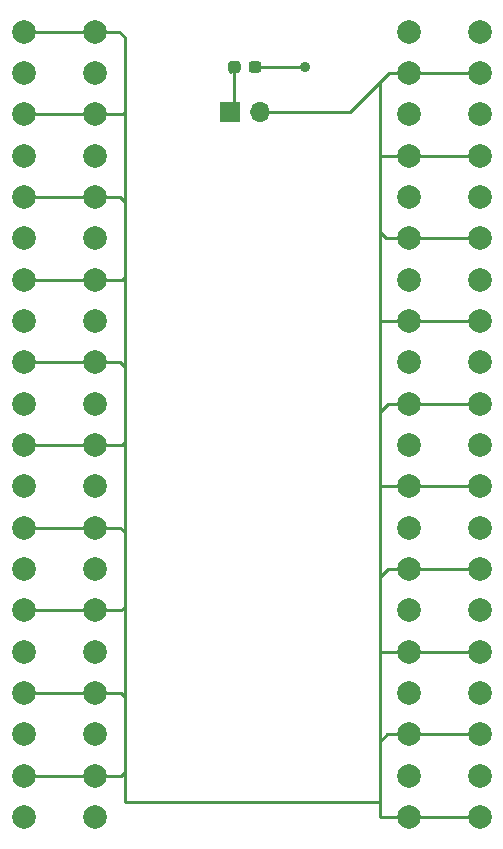
<source format=gbr>
G04 #@! TF.GenerationSoftware,KiCad,Pcbnew,(5.1.4)-1*
G04 #@! TF.CreationDate,2019-10-26T02:36:02-04:00*
G04 #@! TF.ProjectId,Star CAN Board,53746172-2043-4414-9e20-426f6172642e,rev?*
G04 #@! TF.SameCoordinates,Original*
G04 #@! TF.FileFunction,Copper,L1,Top*
G04 #@! TF.FilePolarity,Positive*
%FSLAX46Y46*%
G04 Gerber Fmt 4.6, Leading zero omitted, Abs format (unit mm)*
G04 Created by KiCad (PCBNEW (5.1.4)-1) date 2019-10-26 02:36:02*
%MOMM*%
%LPD*%
G04 APERTURE LIST*
%ADD10C,2.000000*%
%ADD11R,1.700000X1.700000*%
%ADD12O,1.700000X1.700000*%
%ADD13C,0.100000*%
%ADD14C,0.950000*%
%ADD15C,0.900000*%
%ADD16C,0.250000*%
G04 APERTURE END LIST*
D10*
X123190000Y-74470000D03*
X123190000Y-77970000D03*
X123190000Y-81470000D03*
X123190000Y-84970000D03*
X123190000Y-88470000D03*
X123190000Y-105970000D03*
X123190000Y-91970000D03*
X123190000Y-102470000D03*
X123190000Y-95470000D03*
X123190000Y-98970000D03*
X123190000Y-133970000D03*
X123190000Y-130470000D03*
X123190000Y-126970000D03*
X123190000Y-137470000D03*
X123190000Y-140970000D03*
X123190000Y-123470000D03*
X123190000Y-109470000D03*
X123190000Y-119970000D03*
X123190000Y-112970000D03*
X123190000Y-116470000D03*
X117190000Y-112970000D03*
X117190000Y-77970000D03*
X117190000Y-133970000D03*
X117190000Y-81470000D03*
X117190000Y-126970000D03*
X117190000Y-74470000D03*
X117190000Y-98970000D03*
X117190000Y-84970000D03*
X117190000Y-137470000D03*
X117190000Y-88470000D03*
X117190000Y-130470000D03*
X117190000Y-95470000D03*
X117190000Y-105970000D03*
X117190000Y-119970000D03*
X117190000Y-102470000D03*
X117190000Y-140970000D03*
X117190000Y-123470000D03*
X117190000Y-91970000D03*
X117190000Y-109470000D03*
X117190000Y-116470000D03*
X155780000Y-98970000D03*
X155780000Y-105970000D03*
X155780000Y-123470000D03*
X155780000Y-91970000D03*
X155780000Y-74470000D03*
X155780000Y-112970000D03*
X155780000Y-95470000D03*
X155780000Y-109470000D03*
X155780000Y-119970000D03*
X155780000Y-84970000D03*
X155780000Y-126970000D03*
X155780000Y-77970000D03*
X155780000Y-130470000D03*
X155780000Y-116470000D03*
X155780000Y-140970000D03*
X155780000Y-88470000D03*
X155780000Y-133970000D03*
X155780000Y-81470000D03*
X155780000Y-137470000D03*
X155780000Y-102470000D03*
X149780000Y-98970000D03*
X149780000Y-102470000D03*
X149780000Y-95470000D03*
X149780000Y-105970000D03*
X149780000Y-91970000D03*
X149780000Y-74470000D03*
X149780000Y-77970000D03*
X149780000Y-88470000D03*
X149780000Y-84970000D03*
X149780000Y-81470000D03*
X149780000Y-116470000D03*
X149780000Y-119970000D03*
X149780000Y-112970000D03*
X149780000Y-123470000D03*
X149780000Y-109470000D03*
X149780000Y-126970000D03*
X149780000Y-130470000D03*
X149780000Y-133970000D03*
X149780000Y-137470000D03*
X149780000Y-140970000D03*
D11*
X134620000Y-81280000D03*
D12*
X137160000Y-81280000D03*
D13*
G36*
X135325779Y-76996144D02*
G01*
X135348834Y-76999563D01*
X135371443Y-77005227D01*
X135393387Y-77013079D01*
X135414457Y-77023044D01*
X135434448Y-77035026D01*
X135453168Y-77048910D01*
X135470438Y-77064562D01*
X135486090Y-77081832D01*
X135499974Y-77100552D01*
X135511956Y-77120543D01*
X135521921Y-77141613D01*
X135529773Y-77163557D01*
X135535437Y-77186166D01*
X135538856Y-77209221D01*
X135540000Y-77232500D01*
X135540000Y-77707500D01*
X135538856Y-77730779D01*
X135535437Y-77753834D01*
X135529773Y-77776443D01*
X135521921Y-77798387D01*
X135511956Y-77819457D01*
X135499974Y-77839448D01*
X135486090Y-77858168D01*
X135470438Y-77875438D01*
X135453168Y-77891090D01*
X135434448Y-77904974D01*
X135414457Y-77916956D01*
X135393387Y-77926921D01*
X135371443Y-77934773D01*
X135348834Y-77940437D01*
X135325779Y-77943856D01*
X135302500Y-77945000D01*
X134727500Y-77945000D01*
X134704221Y-77943856D01*
X134681166Y-77940437D01*
X134658557Y-77934773D01*
X134636613Y-77926921D01*
X134615543Y-77916956D01*
X134595552Y-77904974D01*
X134576832Y-77891090D01*
X134559562Y-77875438D01*
X134543910Y-77858168D01*
X134530026Y-77839448D01*
X134518044Y-77819457D01*
X134508079Y-77798387D01*
X134500227Y-77776443D01*
X134494563Y-77753834D01*
X134491144Y-77730779D01*
X134490000Y-77707500D01*
X134490000Y-77232500D01*
X134491144Y-77209221D01*
X134494563Y-77186166D01*
X134500227Y-77163557D01*
X134508079Y-77141613D01*
X134518044Y-77120543D01*
X134530026Y-77100552D01*
X134543910Y-77081832D01*
X134559562Y-77064562D01*
X134576832Y-77048910D01*
X134595552Y-77035026D01*
X134615543Y-77023044D01*
X134636613Y-77013079D01*
X134658557Y-77005227D01*
X134681166Y-76999563D01*
X134704221Y-76996144D01*
X134727500Y-76995000D01*
X135302500Y-76995000D01*
X135325779Y-76996144D01*
X135325779Y-76996144D01*
G37*
D14*
X135015000Y-77470000D03*
D13*
G36*
X137075779Y-76996144D02*
G01*
X137098834Y-76999563D01*
X137121443Y-77005227D01*
X137143387Y-77013079D01*
X137164457Y-77023044D01*
X137184448Y-77035026D01*
X137203168Y-77048910D01*
X137220438Y-77064562D01*
X137236090Y-77081832D01*
X137249974Y-77100552D01*
X137261956Y-77120543D01*
X137271921Y-77141613D01*
X137279773Y-77163557D01*
X137285437Y-77186166D01*
X137288856Y-77209221D01*
X137290000Y-77232500D01*
X137290000Y-77707500D01*
X137288856Y-77730779D01*
X137285437Y-77753834D01*
X137279773Y-77776443D01*
X137271921Y-77798387D01*
X137261956Y-77819457D01*
X137249974Y-77839448D01*
X137236090Y-77858168D01*
X137220438Y-77875438D01*
X137203168Y-77891090D01*
X137184448Y-77904974D01*
X137164457Y-77916956D01*
X137143387Y-77926921D01*
X137121443Y-77934773D01*
X137098834Y-77940437D01*
X137075779Y-77943856D01*
X137052500Y-77945000D01*
X136477500Y-77945000D01*
X136454221Y-77943856D01*
X136431166Y-77940437D01*
X136408557Y-77934773D01*
X136386613Y-77926921D01*
X136365543Y-77916956D01*
X136345552Y-77904974D01*
X136326832Y-77891090D01*
X136309562Y-77875438D01*
X136293910Y-77858168D01*
X136280026Y-77839448D01*
X136268044Y-77819457D01*
X136258079Y-77798387D01*
X136250227Y-77776443D01*
X136244563Y-77753834D01*
X136241144Y-77730779D01*
X136240000Y-77707500D01*
X136240000Y-77232500D01*
X136241144Y-77209221D01*
X136244563Y-77186166D01*
X136250227Y-77163557D01*
X136258079Y-77141613D01*
X136268044Y-77120543D01*
X136280026Y-77100552D01*
X136293910Y-77081832D01*
X136309562Y-77064562D01*
X136326832Y-77048910D01*
X136345552Y-77035026D01*
X136365543Y-77023044D01*
X136386613Y-77013079D01*
X136408557Y-77005227D01*
X136431166Y-76999563D01*
X136454221Y-76996144D01*
X136477500Y-76995000D01*
X137052500Y-76995000D01*
X137075779Y-76996144D01*
X137075779Y-76996144D01*
G37*
D14*
X136765000Y-77470000D03*
D15*
X140970000Y-77470000D03*
D16*
X123190000Y-74470000D02*
X117190000Y-74470000D01*
X123190000Y-81470000D02*
X117190000Y-81470000D01*
X123190000Y-88470000D02*
X117190000Y-88470000D01*
X123190000Y-95470000D02*
X117190000Y-95470000D01*
X123190000Y-102470000D02*
X117190000Y-102470000D01*
X123190000Y-109470000D02*
X117190000Y-109470000D01*
X123190000Y-116470000D02*
X117190000Y-116470000D01*
X123190000Y-123470000D02*
X117190000Y-123470000D01*
X123190000Y-130470000D02*
X117190000Y-130470000D01*
X123190000Y-137470000D02*
X117190000Y-137470000D01*
X123190000Y-74470000D02*
X125270000Y-74470000D01*
X125270000Y-74470000D02*
X125730000Y-74930000D01*
X125540000Y-81470000D02*
X125730000Y-81280000D01*
X123190000Y-81470000D02*
X125540000Y-81470000D01*
X125730000Y-74930000D02*
X125730000Y-81280000D01*
X125300000Y-88470000D02*
X125730000Y-88900000D01*
X123190000Y-88470000D02*
X125300000Y-88470000D01*
X125730000Y-81280000D02*
X125730000Y-88900000D01*
X123190000Y-95470000D02*
X125510000Y-95470000D01*
X125510000Y-95470000D02*
X125730000Y-95250000D01*
X123190000Y-102470000D02*
X125330000Y-102470000D01*
X125330000Y-102470000D02*
X125730000Y-102870000D01*
X125480000Y-109470000D02*
X125730000Y-109220000D01*
X123190000Y-109470000D02*
X125480000Y-109470000D01*
X125730000Y-88900000D02*
X125730000Y-109220000D01*
X125360000Y-116470000D02*
X125730000Y-116840000D01*
X123190000Y-116470000D02*
X125360000Y-116470000D01*
X125730000Y-109220000D02*
X125730000Y-116840000D01*
X125450000Y-123470000D02*
X125730000Y-123190000D01*
X123190000Y-123470000D02*
X125450000Y-123470000D01*
X125730000Y-116840000D02*
X125730000Y-123190000D01*
X125390000Y-130470000D02*
X125730000Y-130810000D01*
X123190000Y-130470000D02*
X125390000Y-130470000D01*
X125730000Y-123190000D02*
X125730000Y-130810000D01*
X125420000Y-137470000D02*
X125730000Y-137160000D01*
X123190000Y-137470000D02*
X125420000Y-137470000D01*
X154365787Y-77970000D02*
X149780000Y-77970000D01*
X155780000Y-77970000D02*
X154365787Y-77970000D01*
X155780000Y-84970000D02*
X149780000Y-84970000D01*
X154365787Y-91970000D02*
X149780000Y-91970000D01*
X155780000Y-91970000D02*
X154365787Y-91970000D01*
X155780000Y-98970000D02*
X149780000Y-98970000D01*
X154365787Y-105970000D02*
X149780000Y-105970000D01*
X155780000Y-105970000D02*
X154365787Y-105970000D01*
X155780000Y-112970000D02*
X149780000Y-112970000D01*
X155780000Y-119970000D02*
X149780000Y-119970000D01*
X155780000Y-126970000D02*
X149780000Y-126970000D01*
X155780000Y-133970000D02*
X149780000Y-133970000D01*
X155780000Y-140970000D02*
X149780000Y-140970000D01*
X149780000Y-77970000D02*
X148090000Y-77970000D01*
X148090000Y-77970000D02*
X147320000Y-78740000D01*
X147320000Y-140970000D02*
X149780000Y-140970000D01*
X149780000Y-133970000D02*
X147970000Y-133970000D01*
X147970000Y-133970000D02*
X147320000Y-134620000D01*
X147350000Y-126970000D02*
X147320000Y-127000000D01*
X149780000Y-126970000D02*
X147350000Y-126970000D01*
X147320000Y-127000000D02*
X147320000Y-134620000D01*
X148000000Y-119970000D02*
X147320000Y-120650000D01*
X149780000Y-119970000D02*
X148000000Y-119970000D01*
X147320000Y-120650000D02*
X147320000Y-127000000D01*
X147380000Y-112970000D02*
X147320000Y-113030000D01*
X149780000Y-112970000D02*
X147380000Y-112970000D01*
X147320000Y-113030000D02*
X147320000Y-120650000D01*
X148030000Y-105970000D02*
X147320000Y-106680000D01*
X149780000Y-105970000D02*
X148030000Y-105970000D01*
X147320000Y-106680000D02*
X147320000Y-113030000D01*
X147410000Y-98970000D02*
X147320000Y-99060000D01*
X149780000Y-98970000D02*
X147410000Y-98970000D01*
X147320000Y-99060000D02*
X147320000Y-106680000D01*
X147850000Y-91970000D02*
X147320000Y-91440000D01*
X149780000Y-91970000D02*
X147850000Y-91970000D01*
X147320000Y-91440000D02*
X147320000Y-99060000D01*
X147440000Y-84970000D02*
X147320000Y-85090000D01*
X149780000Y-84970000D02*
X147440000Y-84970000D01*
X147320000Y-78740000D02*
X147320000Y-85090000D01*
X147320000Y-85090000D02*
X147320000Y-91440000D01*
X137160000Y-81280000D02*
X144780000Y-81280000D01*
X144780000Y-81280000D02*
X147320000Y-78740000D01*
X147320000Y-134620000D02*
X147320000Y-135890000D01*
X125730000Y-135890000D02*
X125730000Y-137160000D01*
X125730000Y-130810000D02*
X125730000Y-135890000D01*
X125730000Y-137160000D02*
X125730000Y-139700000D01*
X125730000Y-139700000D02*
X147320000Y-139700000D01*
X147320000Y-135890000D02*
X147320000Y-139700000D01*
X147320000Y-139700000D02*
X147320000Y-140970000D01*
X140970000Y-77470000D02*
X136765000Y-77470000D01*
X134620000Y-77865000D02*
X135015000Y-77470000D01*
X135015000Y-80885000D02*
X134620000Y-81280000D01*
X135015000Y-77470000D02*
X135015000Y-80885000D01*
M02*

</source>
